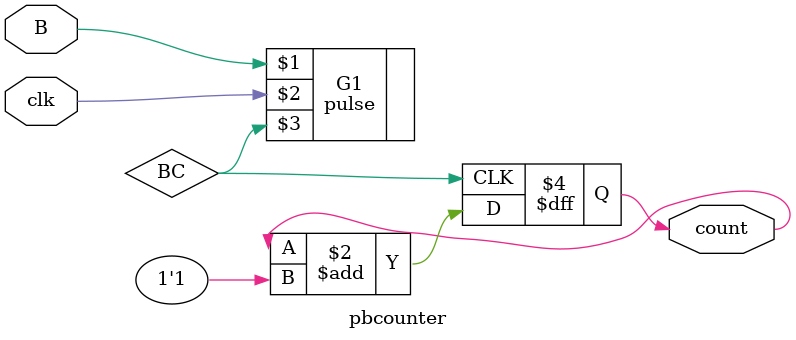
<source format=v>
`timescale 1ns / 1ps
module pbcounter(input B,clk ,output reg count=0 );

wire BC;

pulse G1 (     B,       clk,   BC);




always @ (posedge BC)
begin 

count <= count+1'b1;

end

    


endmodule

</source>
